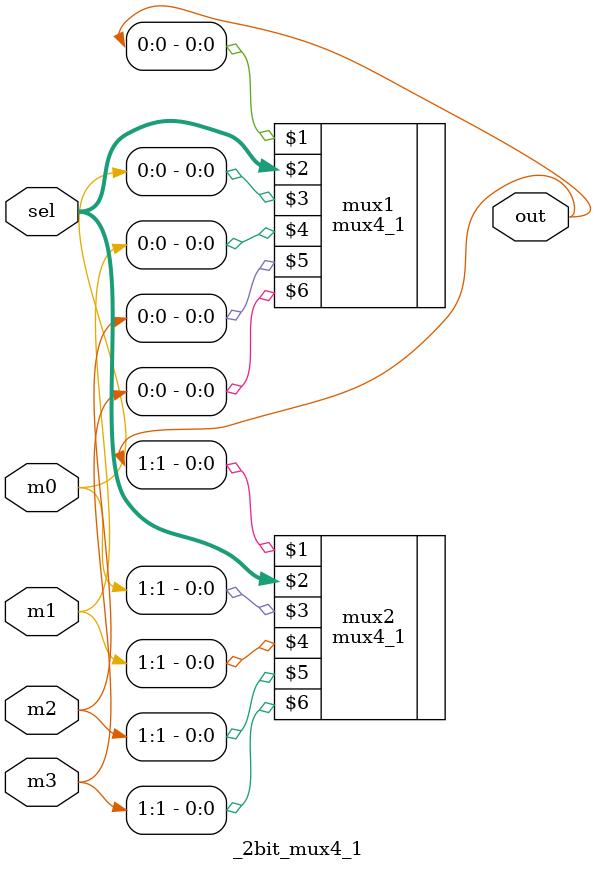
<source format=v>
module _2bit_mux4_1(out,sel,m0,m1,m2,m3);

input [1:0] m0, m1, m2, m3;
input [1:0] sel;
output [1:0] out;

wire w1 ,w2;

mux4_1 mux1(out[0], sel, m0[0], m1[0], m2[0], m3[0]),
		mux2(out[1], sel, m0[1], m1[1], m2[1], m3[1]);

endmodule
</source>
